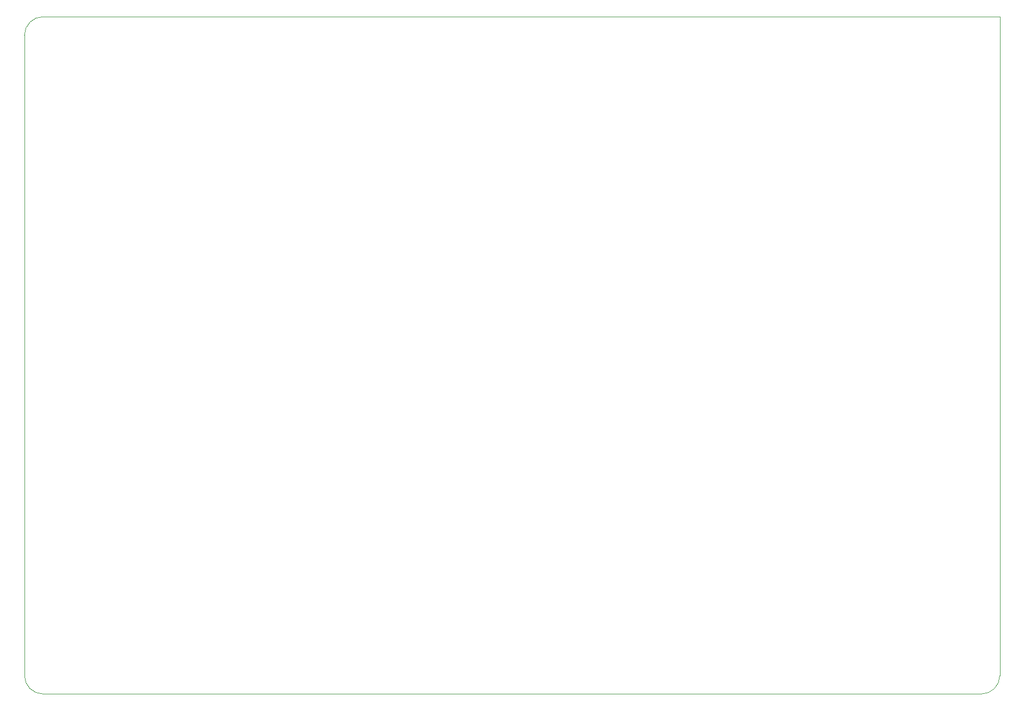
<source format=gbr>
%TF.GenerationSoftware,KiCad,Pcbnew,(5.99.0-10613-g4d227d2d2b)*%
%TF.CreationDate,2021-10-23T21:10:19-07:00*%
%TF.ProjectId,customBoard,63757374-6f6d-4426-9f61-72642e6b6963,0.0.1*%
%TF.SameCoordinates,Original*%
%TF.FileFunction,Profile,NP*%
%FSLAX46Y46*%
G04 Gerber Fmt 4.6, Leading zero omitted, Abs format (unit mm)*
G04 Created by KiCad (PCBNEW (5.99.0-10613-g4d227d2d2b)) date 2021-10-23 21:10:19*
%MOMM*%
%LPD*%
G01*
G04 APERTURE LIST*
%TA.AperFunction,Profile*%
%ADD10C,0.038100*%
%TD*%
G04 APERTURE END LIST*
D10*
X182700000Y-130350000D02*
X30400000Y-130350000D01*
X27400000Y-127350000D02*
X27400000Y-23350000D01*
X27400000Y-23350000D02*
G75*
G02*
X30400000Y-20350000I3000000J0D01*
G01*
X30400000Y-20350000D02*
X185700000Y-20350000D01*
X30400000Y-130350000D02*
G75*
G02*
X27400000Y-127350000I0J3000000D01*
G01*
X185700000Y-20350000D02*
X185700000Y-127350000D01*
X185700000Y-127350000D02*
G75*
G02*
X182700000Y-130350000I-3000000J0D01*
G01*
M02*

</source>
